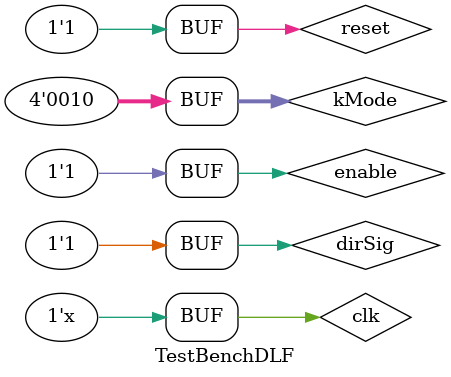
<source format=v>
`timescale 1ns / 1ps


module TestBenchDLF;

	// Inputs
	reg clk;
	reg reset;
	reg dirSig;
	reg enable;
	reg [3:0] kMode;

	// Outputs
	wire carry;
	wire borrow;
	wire [19:0] count;

	// Instantiate the Unit Under Test (UUT)
	DLF uut (
		.clk(clk), 
		.reset(reset), 
		.dirSig(dirSig), 
		.enable(enable), 
		.kMode(kMode), 
		.carry(carry), 
		.borrow(borrow),
		.count(count)
	);

	initial begin
		// Initialize Inputs
		clk = 0;
		reset = 0;
		dirSig = 0;
		enable = 0;
		kMode = 4'b0001;

		// Wait 100 ns for global reset to finish
		#100;
        
		// Add stimulus here

		enable = 1;
		reset = 1;
		#100
		kMode = 4'b0010;
		#100
		dirSig = 1;


	end

	always #1 clk = ~clk;
	
      
endmodule


</source>
